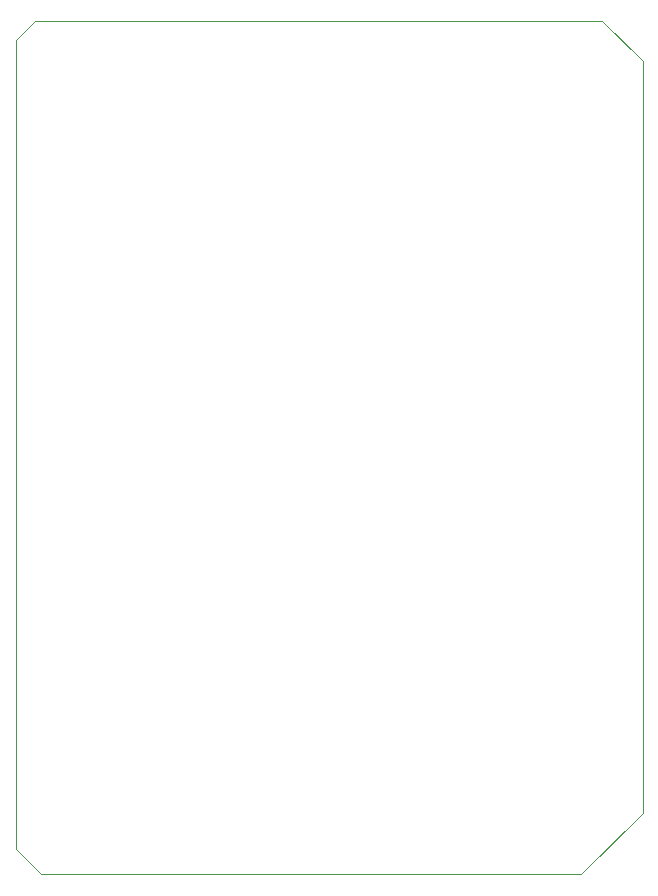
<source format=gbr>
%TF.GenerationSoftware,Altium Limited,Altium Designer,20.2.5 (213)*%
G04 Layer_Color=0*
%FSLAX45Y45*%
%MOMM*%
%TF.SameCoordinates,0B4FD596-2A60-4D0F-BAE7-1B06E363B609*%
%TF.FilePolarity,Positive*%
%TF.FileFunction,Profile,NP*%
%TF.Part,Single*%
G01*
G75*
%TA.AperFunction,Profile*%
%ADD82C,0.02540*%
D82*
X8394700Y4051300D02*
Y10896600D01*
X8559800Y11061700D01*
X13360400D01*
X13703300Y10718800D01*
Y4356100D01*
X13182600Y3835400D01*
X8610600D01*
X8394700Y4051300D01*
%TF.MD5,4edd93f0d3cb0b8ab23de64b39a98eec*%
M02*

</source>
